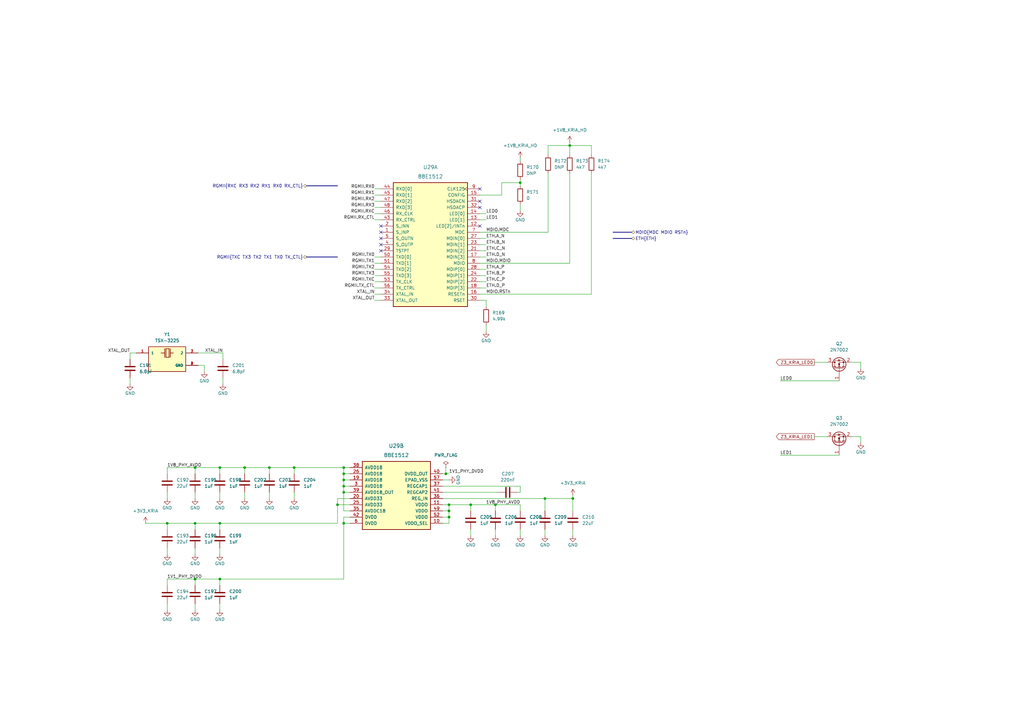
<source format=kicad_sch>
(kicad_sch (version 20211123) (generator eeschema)
  (paper "A3")
  (title_block (title "ATCA Template") (date "2022-08-28") (rev "1.0") (company "Karlsruhe Institute of Technology (KIT)") (comment 1 "Carsten Schmerbeck"))
  (lib_symbols
    (symbol "Device:C" (pin_numbers hide) (pin_names (offset 0.254))
      (property "Reference" "C" (at 0.635 2.54 0))
      (property "Value" "C" (at 0.635 -2.54 0))
      (symbol "C_0_1"
        (polyline (pts (xy -2.032 -0.762) (xy 2.032 -0.762)) (stroke (width 0.508)))
        (polyline (pts (xy -2.032 0.762) (xy 2.032 0.762)) (stroke (width 0.508)))
      )
      (symbol "C_1_1"
        (pin passive line (at 0 3.81 270) (length 2.794) (name "~") (number "1"))
        (pin passive line (at 0 -3.81 90) (length 2.794) (name "~") (number "2"))
      )
    )
    (symbol "Device:R" (pin_numbers hide) (pin_names (offset 0))
      (property "Reference" "R" (at 2.032 0 90))
      (property "Value" "R" (at 0 0 90))
      (symbol "R_0_1"
        (rectangle (start -1.016 -2.54) (end 1.016 2.54) (stroke (width 0.254)))
      )
      (symbol "R_1_1"
        (pin passive line (at 0 3.81 270) (length 1.27) (name "~") (number "1"))
        (pin passive line (at 0 -3.81 90) (length 1.27) (name "~") (number "2"))
      )
    )
    (symbol "KIT_Interface_Ethernet:88E1512" (pin_names (offset 1.016))
      (property "Reference" "U" (at 5.08 6.35 0))
      (property "Value" "88E1512" (at 5.08 3.81 0))
      (symbol "88E1512_1_1"
        (rectangle (start 5.08 2.54) (end 35.56 -48.26) (stroke (width 0.3048)) (fill (type background)))
        (pin input line (at 40.64 -17.78 180) (length 5.08) (name "S_INP") (number "1"))
        (pin output line (at 0 -15.24 0) (length 5.08) (name "LED[2]/INTn") (number "12"))
        (pin bidirectional line (at 0 -12.7 0) (length 5.08) (name "LED[1]") (number "13"))
        (pin output line (at 0 -10.16 0) (length 5.08) (name "LED[0]") (number "14"))
        (pin input line (at 0 -2.54 0) (length 5.08) (name "CONFIG") (number "15"))
        (pin input line (at 0 -43.18 0) (length 5.08) (name "RESETn") (number "16"))
        (pin bidirectional line (at 0 -27.94 0) (length 5.08) (name "MDIN[3]") (number "17"))
        (pin bidirectional line (at 0 -40.64 0) (length 5.08) (name "MDIP[3]") (number "18"))
        (pin input line (at 40.64 -15.24 180) (length 5.08) (name "S_INN") (number "2"))
        (pin bidirectional line (at 0 -25.4 0) (length 5.08) (name "MDIN[2]") (number "21"))
        (pin bidirectional line (at 0 -38.1 0) (length 5.08) (name "MDIP[2]") (number "22"))
        (pin bidirectional line (at 0 -22.86 0) (length 5.08) (name "MDIN[1]") (number "23"))
        (pin bidirectional line (at 0 -35.56 0) (length 5.08) (name "MDIP[1]") (number "24"))
        (pin bidirectional line (at 0 -20.32 0) (length 5.08) (name "MDIN[0]") (number "27"))
        (pin bidirectional line (at 0 -33.02 0) (length 5.08) (name "MDIP[0]") (number "28"))
        (pin output line (at 40.64 -25.4 180) (length 5.08) (name "TSTPT") (number "29"))
        (pin input line (at 0 -45.72 0) (length 5.08) (name "RSET") (number "30"))
        (pin output line (at 0 -5.08 0) (length 5.08) (name "HSDACN") (number "31"))
        (pin output line (at 0 -7.62 0) (length 5.08) (name "HSDACP") (number "32"))
        (pin output line (at 40.64 -45.72 180) (length 5.08) (name "XTAL_OUT") (number "33"))
        (pin input line (at 40.64 -43.18 180) (length 5.08) (name "XTAL_IN") (number "34"))
        (pin output line (at 40.64 -22.86 180) (length 5.08) (name "S_OUTP") (number "4"))
        (pin output line (at 40.64 -12.7 180) (length 5.08) (name "RX_CTRL") (number "43"))
        (pin output line (at 40.64 0 180) (length 5.08) (name "RXD[0]") (number "44"))
        (pin output line (at 40.64 -2.54 180) (length 5.08) (name "RXD[1]") (number "45"))
        (pin output line (at 40.64 -10.16 180) (length 5.08) (name "RX_CLK") (number "46"))
        (pin output line (at 40.64 -5.08 180) (length 5.08) (name "RXD[2]") (number "47"))
        (pin output line (at 40.64 -7.62 180) (length 5.08) (name "RXD[3]") (number "48"))
        (pin output line (at 40.64 -20.32 180) (length 5.08) (name "S_OUTN") (number "5"))
        (pin input line (at 40.64 -27.94 180) (length 5.08) (name "TXD[0]") (number "50"))
        (pin input line (at 40.64 -30.48 180) (length 5.08) (name "TXD[1]") (number "51"))
        (pin input line (at 40.64 -38.1 180) (length 5.08) (name "TX_CLK") (number "53"))
        (pin input line (at 40.64 -33.02 180) (length 5.08) (name "TXD[2]") (number "54"))
        (pin input line (at 40.64 -35.56 180) (length 5.08) (name "TXD[3]") (number "55"))
        (pin input line (at 40.64 -40.64 180) (length 5.08) (name "TX_CTRL") (number "56"))
        (pin input line (at 0 -17.78 0) (length 5.08) (name "MDC") (number "7"))
        (pin bidirectional line (at 0 -30.48 0) (length 5.08) (name "MDIO") (number "8"))
        (pin output clock (at 0 0 0) (length 5.08) (name "CLK125") (number "9"))
      )
      (symbol "88E1512_2_1"
        (rectangle (start 5.08 2.54) (end 33.02 -25.4) (stroke (width 0.3048)) (fill (type background)))
        (pin power_in line (at 38.1 -22.86 180) (length 5.08) (name "VDDO_SEL") (number "10"))
        (pin power_in line (at 38.1 -15.24 180) (length 5.08) (name "VDDO") (number "11"))
        (pin power_in line (at 0 -5.08 0) (length 5.08) (name "AVDD18") (number "19"))
        (pin power_in line (at 0 -12.7 0) (length 5.08) (name "AVDD33") (number "20"))
        (pin power_in line (at 0 -15.24 0) (length 5.08) (name "AVDD33") (number "25"))
        (pin power_in line (at 0 -2.54 0) (length 5.08) (name "AVDD18") (number "26"))
        (pin power_in line (at 0 -7.62 0) (length 5.08) (name "AVDD18") (number "3"))
        (pin power_in line (at 0 -17.78 0) (length 5.08) (name "AVDDC18") (number "35"))
        (pin power_in line (at 38.1 -12.7 180) (length 5.08) (name "REG_IN") (number "36"))
        (pin bidirectional line (at 38.1 -7.62 180) (length 5.08) (name "REGCAP1") (number "37"))
        (pin power_in line (at 0 0 0) (length 5.08) (name "AVDD18") (number "38"))
        (pin power_out line (at 0 -10.16 0) (length 5.08) (name "AVDD18_OUT") (number "39"))
        (pin power_out line (at 38.1 -2.54 180) (length 5.08) (name "DVDD_OUT") (number "40"))
        (pin bidirectional line (at 38.1 -10.16 180) (length 5.08) (name "REGCAP2") (number "41"))
        (pin power_in line (at 0 -20.32 0) (length 5.08) (name "DVDD") (number "42"))
        (pin power_in line (at 38.1 -17.78 180) (length 5.08) (name "VDDO") (number "49"))
        (pin power_in line (at 38.1 -20.32 180) (length 5.08) (name "VDDO") (number "52"))
        (pin power_in line (at 38.1 -5.08 180) (length 5.08) (name "EPAD_VSS") (number "57"))
        (pin power_in line (at 0 -22.86 0) (length 5.08) (name "DVDD") (number "6"))
      )
    )
    (symbol "KIT_Oscillator:TSX-3225" (pin_names (offset 1.016))
      (property "Reference" "Y" (at -7.62 5.08 0))
      (property "Value" "TSX-3225" (at -7.62 -7.62 0))
      (symbol "TSX-3225_0_0"
        (rectangle (start -7.62 -5.08) (end 7.62 5.08) (stroke (width 0.254)) (fill (type background)))
        (polyline (pts (xy -1.016 2.54) (xy -2.54 2.54)) (stroke (width 0.254)))
        (polyline (pts (xy -1.016 2.54) (xy -1.016 0.762)) (stroke (width 0.254)))
        (polyline (pts (xy -1.016 4.318) (xy -1.016 2.54)) (stroke (width 0.254)))
        (polyline (pts (xy -0.508 0.762) (xy -0.508 4.318)) (stroke (width 0.254)))
        (polyline (pts (xy -0.508 4.318) (xy 0.762 4.318)) (stroke (width 0.254)))
        (polyline (pts (xy 0.762 0.762) (xy -0.508 0.762)) (stroke (width 0.254)))
        (polyline (pts (xy 0.762 4.318) (xy 0.762 0.762)) (stroke (width 0.254)))
        (polyline (pts (xy 1.27 2.54) (xy 1.27 0.762)) (stroke (width 0.254)))
        (polyline (pts (xy 1.27 4.318) (xy 1.27 2.54)) (stroke (width 0.254)))
        (polyline (pts (xy 2.54 2.54) (xy 1.27 2.54)) (stroke (width 0.254)))
        (pin passive line (at -12.7 2.54 0) (length 5.08) (name "1") (number "1"))
        (pin power_in line (at 12.7 -2.54 180) (length 5.08) (name "GND") (number "2"))
        (pin passive line (at 12.7 2.54 180) (length 5.08) (name "2") (number "3"))
        (pin power_in line (at 12.7 -2.54 180) (length 5.08) (name "GND") (number "4"))
      )
    )
    (symbol "KIT_Power:+1V8_KRIA_HD" (power) (pin_names (offset 0))
      (property "Value" "+1V8_KRIA_HD" (at 0 3.556 0))
      (symbol "+1V8_KRIA_HD_0_1"
        (polyline (pts (xy -0.762 1.27) (xy 0 2.54)))
        (polyline (pts (xy 0 0) (xy 0 2.54)))
        (polyline (pts (xy 0 2.54) (xy 0.762 1.27)))
      )
      (symbol "+1V8_KRIA_HD_1_1"
        (pin power_in line (at 0 0 90) (length 0) hide (name "+1V8_KRIA_HD") (number "1"))
      )
    )
    (symbol "KIT_Power:+3V3_KRIA" (power) (pin_names (offset 0))
      (property "Value" "+3V3_KRIA" (at 0 3.556 0))
      (symbol "+3V3_KRIA_0_1"
        (polyline (pts (xy -0.762 1.27) (xy 0 2.54)))
        (polyline (pts (xy 0 0) (xy 0 2.54)))
        (polyline (pts (xy 0 2.54) (xy 0.762 1.27)))
      )
      (symbol "+3V3_KRIA_1_1"
        (pin power_in line (at 0 0 90) (length 0) hide (name "+3V3_KRIA") (number "1"))
      )
    )
    (symbol "Transistor_FET:2N7002" (pin_names hide)
      (property "Reference" "Q" (at 5.08 1.905 0))
      (property "Value" "2N7002" (at 5.08 0 0))
      (symbol "2N7002_0_1"
        (polyline (pts (xy 0.254 0) (xy -2.54 0)))
        (polyline (pts (xy 0.254 1.905) (xy 0.254 -1.905)) (stroke (width 0.254)))
        (polyline (pts (xy 0.762 -1.27) (xy 0.762 -2.286)) (stroke (width 0.254)))
        (polyline (pts (xy 0.762 0.508) (xy 0.762 -0.508)) (stroke (width 0.254)))
        (polyline (pts (xy 0.762 2.286) (xy 0.762 1.27)) (stroke (width 0.254)))
        (polyline (pts (xy 2.54 2.54) (xy 2.54 1.778)))
        (polyline (pts (xy 2.54 -2.54) (xy 2.54 0) (xy 0.762 0)))
        (polyline (pts (xy 0.762 -1.778) (xy 3.302 -1.778) (xy 3.302 1.778) (xy 0.762 1.778)))
        (polyline (pts (xy 1.016 0) (xy 2.032 0.381) (xy 2.032 -0.381) (xy 1.016 0)) (fill (type outline)))
        (polyline (pts (xy 2.794 0.508) (xy 2.921 0.381) (xy 3.683 0.381) (xy 3.81 0.254)))
        (polyline (pts (xy 3.302 0.381) (xy 2.921 -0.254) (xy 3.683 -0.254) (xy 3.302 0.381)))
        (circle (center 1.651 0) (radius 2.794) (stroke (width 0.254)))
        (circle (center 2.54 -1.778) (radius 0.254) (fill (type outline)))
        (circle (center 2.54 1.778) (radius 0.254) (fill (type outline)))
      )
      (symbol "2N7002_1_1"
        (pin input line (at -5.08 0 0) (length 2.54) (name "G") (number "1"))
        (pin passive line (at 2.54 -5.08 90) (length 2.54) (name "S") (number "2"))
        (pin passive line (at 2.54 5.08 270) (length 2.54) (name "D") (number "3"))
      )
    )
    (symbol "power:GND" (power) (pin_names (offset 0))
      (property "Value" "GND" (at 0 -3.81 0))
      (symbol "GND_0_1"
        (polyline (pts (xy 0 0) (xy 0 -1.27) (xy 1.27 -1.27) (xy 0 -2.54) (xy -1.27 -1.27) (xy 0 -1.27)))
      )
      (symbol "GND_1_1"
        (pin power_in line (at 0 0 270) (length 0) hide (name "GND") (number "1"))
      )
    )
    (symbol "power:PWR_FLAG" (power) (pin_numbers hide) (pin_names (offset 0) hide)
      (property "Value" "PWR_FLAG" (at 0 3.81 0))
      (symbol "PWR_FLAG_0_0"
        (pin power_out line (at 0 0 90) (length 0) (name "pwr") (number "1"))
      )
      (symbol "PWR_FLAG_0_1"
        (polyline (pts (xy 0 0) (xy 0 1.27) (xy -1.016 1.905) (xy 0 2.54) (xy 1.016 1.905) (xy 0 1.27)))
      )
    )
  )
  (junction (at 90.17 237.49))
  (junction (at 184.15 212.09))
  (junction (at 110.49 191.77))
  (junction (at 68.58 214.63))
  (junction (at 203.2 207.01))
  (junction (at 120.65 191.77))
  (junction (at 223.52 204.47))
  (junction (at 193.04 207.01))
  (junction (at 100.33 191.77))
  (junction (at 140.97 214.63))
  (junction (at 140.97 194.31))
  (junction (at 138.43 207.01))
  (junction (at 184.15 207.01))
  (junction (at 90.17 214.63))
  (junction (at 234.95 204.47))
  (junction (at 140.97 199.39))
  (junction (at 140.97 191.77))
  (junction (at 184.15 209.55))
  (junction (at 213.36 74.93))
  (junction (at 182.88 194.31))
  (junction (at 140.97 201.93))
  (junction (at 233.68 59.69))
  (junction (at 90.17 191.77))
  (junction (at 80.01 214.63))
  (junction (at 80.01 237.49))
  (junction (at 140.97 196.85))
  (junction (at 80.01 191.77))
  (no_connect (at 156.21 97.79))
  (no_connect (at 156.21 102.87))
  (no_connect (at 156.21 100.33))
  (no_connect (at 156.21 92.71))
  (no_connect (at 156.21 95.25))
  (no_connect (at 196.85 85.09))
  (no_connect (at 196.85 77.47))
  (no_connect (at 196.85 82.55))
  (no_connect (at 196.85 92.71))
  (bus (pts (xy 125.73 105.41) (xy 138.43 105.41)))
  (wire (pts (xy 138.43 204.47) (xy 143.51 204.47)))
  (wire (pts (xy 205.74 74.93) (xy 205.74 80.01)))
  (wire (pts (xy 196.85 120.65) (xy 242.57 120.65)))
  (wire (pts (xy 90.17 204.47) (xy 90.17 201.93)))
  (wire (pts (xy 80.01 191.77) (xy 80.01 194.31)))
  (wire (pts (xy 153.67 80.01) (xy 156.21 80.01)))
  (wire (pts (xy 53.34 144.78) (xy 55.88 144.78)))
  (wire (pts (xy 68.58 237.49) (xy 68.58 240.03)))
  (wire (pts (xy 205.74 80.01) (xy 196.85 80.01)))
  (wire (pts (xy 80.01 214.63) (xy 80.01 217.17)))
  (wire (pts (xy 153.67 113.03) (xy 156.21 113.03)))
  (wire (pts (xy 140.97 201.93) (xy 143.51 201.93)))
  (wire (pts (xy 100.33 204.47) (xy 100.33 201.93)))
  (wire (pts (xy 353.06 148.59) (xy 349.25 148.59)))
  (wire (pts (xy 68.58 227.33) (xy 68.58 224.79)))
  (wire (pts (xy 140.97 194.31) (xy 143.51 194.31)))
  (wire (pts (xy 110.49 204.47) (xy 110.49 201.93)))
  (wire (pts (xy 196.85 102.87) (xy 199.39 102.87)))
  (wire (pts (xy 320.04 186.69) (xy 344.17 186.69)))
  (wire (pts (xy 233.68 59.69) (xy 233.68 63.5)))
  (wire (pts (xy 196.85 105.41) (xy 199.39 105.41)))
  (wire (pts (xy 196.85 110.49) (xy 199.39 110.49)))
  (wire (pts (xy 80.01 191.77) (xy 90.17 191.77)))
  (wire (pts (xy 110.49 191.77) (xy 120.65 191.77)))
  (wire (pts (xy 120.65 191.77) (xy 140.97 191.77)))
  (wire (pts (xy 68.58 214.63) (xy 68.58 217.17)))
  (wire (pts (xy 140.97 191.77) (xy 143.51 191.77)))
  (wire (pts (xy 196.85 87.63) (xy 199.39 87.63)))
  (wire (pts (xy 68.58 214.63) (xy 80.01 214.63)))
  (wire (pts (xy 138.43 207.01) (xy 143.51 207.01)))
  (wire (pts (xy 193.04 219.71) (xy 193.04 217.17)))
  (wire (pts (xy 68.58 194.31) (xy 68.58 191.77)))
  (wire (pts (xy 184.15 209.55) (xy 184.15 212.09)))
  (wire (pts (xy 153.67 77.47) (xy 156.21 77.47)))
  (wire (pts (xy 90.17 214.63) (xy 90.17 217.17)))
  (wire (pts (xy 353.06 181.61) (xy 353.06 179.07)))
  (wire (pts (xy 199.39 125.73) (xy 199.39 123.19)))
  (wire (pts (xy 181.61 204.47) (xy 223.52 204.47)))
  (wire (pts (xy 140.97 194.31) (xy 140.97 196.85)))
  (wire (pts (xy 153.67 85.09) (xy 156.21 85.09)))
  (wire (pts (xy 242.57 59.69) (xy 242.57 63.5)))
  (wire (pts (xy 181.61 201.93) (xy 204.47 201.93)))
  (wire (pts (xy 140.97 196.85) (xy 140.97 199.39)))
  (wire (pts (xy 196.85 118.11) (xy 199.39 118.11)))
  (wire (pts (xy 59.69 214.63) (xy 68.58 214.63)))
  (wire (pts (xy 184.15 207.01) (xy 193.04 207.01)))
  (wire (pts (xy 83.82 149.86) (xy 83.82 152.4)))
  (wire (pts (xy 90.17 191.77) (xy 100.33 191.77)))
  (wire (pts (xy 213.36 207.01) (xy 213.36 209.55)))
  (wire (pts (xy 224.79 59.69) (xy 224.79 63.5)))
  (wire (pts (xy 153.67 107.95) (xy 156.21 107.95)))
  (wire (pts (xy 193.04 207.01) (xy 203.2 207.01)))
  (wire (pts (xy 234.95 219.71) (xy 234.95 217.17)))
  (wire (pts (xy 203.2 207.01) (xy 213.36 207.01)))
  (wire (pts (xy 90.17 191.77) (xy 90.17 194.31)))
  (wire (pts (xy 90.17 237.49) (xy 140.97 237.49)))
  (wire (pts (xy 140.97 199.39) (xy 140.97 201.93)))
  (wire (pts (xy 120.65 191.77) (xy 120.65 194.31)))
  (wire (pts (xy 213.36 73.66) (xy 213.36 74.93)))
  (wire (pts (xy 213.36 74.93) (xy 205.74 74.93)))
  (wire (pts (xy 181.61 209.55) (xy 184.15 209.55)))
  (wire (pts (xy 196.85 100.33) (xy 199.39 100.33)))
  (wire (pts (xy 140.97 196.85) (xy 143.51 196.85)))
  (wire (pts (xy 181.61 199.39) (xy 213.36 199.39)))
  (wire (pts (xy 53.34 157.48) (xy 53.34 154.94)))
  (wire (pts (xy 181.61 214.63) (xy 184.15 214.63)))
  (wire (pts (xy 143.51 212.09) (xy 140.97 212.09)))
  (wire (pts (xy 213.36 199.39) (xy 213.36 201.93)))
  (wire (pts (xy 140.97 214.63) (xy 143.51 214.63)))
  (wire (pts (xy 213.36 219.71) (xy 213.36 217.17)))
  (wire (pts (xy 213.36 201.93) (xy 212.09 201.93)))
  (wire (pts (xy 53.34 147.32) (xy 53.34 144.78)))
  (wire (pts (xy 80.01 214.63) (xy 90.17 214.63)))
  (wire (pts (xy 199.39 135.89) (xy 199.39 133.35)))
  (wire (pts (xy 181.61 212.09) (xy 184.15 212.09)))
  (wire (pts (xy 181.61 207.01) (xy 184.15 207.01)))
  (wire (pts (xy 196.85 115.57) (xy 199.39 115.57)))
  (wire (pts (xy 196.85 97.79) (xy 199.39 97.79)))
  (wire (pts (xy 213.36 83.82) (xy 213.36 86.36)))
  (wire (pts (xy 153.67 115.57) (xy 156.21 115.57)))
  (wire (pts (xy 234.95 203.2) (xy 234.95 204.47)))
  (wire (pts (xy 233.68 58.42) (xy 233.68 59.69)))
  (wire (pts (xy 80.01 237.49) (xy 90.17 237.49)))
  (wire (pts (xy 224.79 95.25) (xy 196.85 95.25)))
  (wire (pts (xy 153.67 123.19) (xy 156.21 123.19)))
  (wire (pts (xy 213.36 74.93) (xy 213.36 76.2)))
  (wire (pts (xy 153.67 87.63) (xy 156.21 87.63)))
  (wire (pts (xy 153.67 118.11) (xy 156.21 118.11)))
  (wire (pts (xy 140.97 209.55) (xy 143.51 209.55)))
  (wire (pts (xy 100.33 191.77) (xy 100.33 194.31)))
  (wire (pts (xy 181.61 194.31) (xy 182.88 194.31)))
  (wire (pts (xy 196.85 90.17) (xy 199.39 90.17)))
  (wire (pts (xy 140.97 199.39) (xy 143.51 199.39)))
  (wire (pts (xy 153.67 105.41) (xy 156.21 105.41)))
  (wire (pts (xy 182.88 191.77) (xy 182.88 194.31)))
  (wire (pts (xy 68.58 191.77) (xy 80.01 191.77)))
  (wire (pts (xy 80.01 204.47) (xy 80.01 201.93)))
  (wire (pts (xy 138.43 207.01) (xy 138.43 204.47)))
  (wire (pts (xy 80.01 250.19) (xy 80.01 247.65)))
  (wire (pts (xy 334.01 148.59) (xy 339.09 148.59)))
  (wire (pts (xy 153.67 82.55) (xy 156.21 82.55)))
  (wire (pts (xy 153.67 120.65) (xy 156.21 120.65)))
  (wire (pts (xy 182.88 194.31) (xy 184.15 194.31)))
  (wire (pts (xy 223.52 204.47) (xy 234.95 204.47)))
  (wire (pts (xy 140.97 201.93) (xy 140.97 209.55)))
  (wire (pts (xy 91.44 157.48) (xy 91.44 154.94)))
  (wire (pts (xy 353.06 151.13) (xy 353.06 148.59)))
  (wire (pts (xy 213.36 64.77) (xy 213.36 66.04)))
  (wire (pts (xy 138.43 214.63) (xy 138.43 207.01)))
  (wire (pts (xy 91.44 147.32) (xy 91.44 144.78)))
  (wire (pts (xy 184.15 207.01) (xy 184.15 209.55)))
  (wire (pts (xy 110.49 191.77) (xy 110.49 194.31)))
  (wire (pts (xy 233.68 59.69) (xy 242.57 59.69)))
  (wire (pts (xy 320.04 156.21) (xy 344.17 156.21)))
  (wire (pts (xy 140.97 212.09) (xy 140.97 214.63)))
  (wire (pts (xy 223.52 204.47) (xy 223.52 209.55)))
  (wire (pts (xy 233.68 71.12) (xy 233.68 107.95)))
  (wire (pts (xy 181.61 196.85) (xy 184.15 196.85)))
  (wire (pts (xy 184.15 212.09) (xy 184.15 214.63)))
  (wire (pts (xy 90.17 237.49) (xy 90.17 240.03)))
  (wire (pts (xy 120.65 204.47) (xy 120.65 201.93)))
  (wire (pts (xy 140.97 214.63) (xy 140.97 237.49)))
  (wire (pts (xy 203.2 219.71) (xy 203.2 217.17)))
  (wire (pts (xy 80.01 227.33) (xy 80.01 224.79)))
  (wire (pts (xy 242.57 120.65) (xy 242.57 71.12)))
  (bus (pts (xy 125.73 76.2) (xy 138.43 76.2)))
  (wire (pts (xy 100.33 191.77) (xy 110.49 191.77)))
  (wire (pts (xy 90.17 214.63) (xy 138.43 214.63)))
  (wire (pts (xy 353.06 179.07) (xy 349.25 179.07)))
  (wire (pts (xy 196.85 113.03) (xy 199.39 113.03)))
  (bus (pts (xy 251.46 95.25) (xy 259.08 95.25)))
  (wire (pts (xy 90.17 227.33) (xy 90.17 224.79)))
  (wire (pts (xy 90.17 250.19) (xy 90.17 247.65)))
  (wire (pts (xy 68.58 250.19) (xy 68.58 247.65)))
  (wire (pts (xy 68.58 204.47) (xy 68.58 201.93)))
  (wire (pts (xy 68.58 237.49) (xy 80.01 237.49)))
  (wire (pts (xy 223.52 219.71) (xy 223.52 217.17)))
  (wire (pts (xy 153.67 90.17) (xy 156.21 90.17)))
  (wire (pts (xy 224.79 59.69) (xy 233.68 59.69)))
  (wire (pts (xy 203.2 207.01) (xy 203.2 209.55)))
  (wire (pts (xy 140.97 191.77) (xy 140.97 194.31)))
  (wire (pts (xy 153.67 110.49) (xy 156.21 110.49)))
  (wire (pts (xy 80.01 237.49) (xy 80.01 240.03)))
  (wire (pts (xy 224.79 71.12) (xy 224.79 95.25)))
  (wire (pts (xy 233.68 107.95) (xy 196.85 107.95)))
  (wire (pts (xy 199.39 123.19) (xy 196.85 123.19)))
  (wire (pts (xy 193.04 207.01) (xy 193.04 209.55)))
  (wire (pts (xy 81.28 149.86) (xy 83.82 149.86)))
  (wire (pts (xy 234.95 204.47) (xy 234.95 209.55)))
  (bus (pts (xy 251.46 97.79) (xy 259.08 97.79)))
  (wire (pts (xy 91.44 144.78) (xy 81.28 144.78)))
  (wire (pts (xy 334.01 179.07) (xy 339.09 179.07)))
  (label "RGMII.TX0" (at 153.67 105.41 180))
  (label "MDIO.MDIO" (at 199.39 107.95 0))
  (label "LED0" (at 320.04 156.21 0))
  (label "ETH.A_N" (at 199.39 97.79 0))
  (label "RGMII.TX1" (at 153.67 107.95 180))
  (label "RGMII.TX2" (at 153.67 110.49 180))
  (label "XTAL_OUT" (at 53.34 144.78 180))
  (label "1V8_PHY_AVDD" (at 68.58 191.77 0))
  (label "ETH.D_P" (at 199.39 118.11 0))
  (label "ETH.A_P" (at 199.39 110.49 0))
  (label "LED1" (at 199.39 90.17 0))
  (label "RGMII.RX_CTL" (at 153.67 90.17 180))
  (label "RGMII.TX3" (at 153.67 113.03 180))
  (label "ETH.C_P" (at 199.39 115.57 0))
  (label "XTAL_IN" (at 153.67 120.65 180))
  (label "RGMII.RXC" (at 153.67 87.63 180))
  (label "1V1_PHY_DVDD" (at 184.15 194.31 0))
  (label "RGMII.RX3" (at 153.67 85.09 180))
  (label "RGMII.RX0" (at 153.67 77.47 180))
  (label "1V8_PHY_AVDD" (at 213.36 207.01 180))
  (label "MDIO.RSTn" (at 199.39 120.65 0))
  (label "XTAL_OUT" (at 153.67 123.19 180))
  (label "MDIO.MDC" (at 199.39 95.25 0))
  (label "RGMII.RX2" (at 153.67 82.55 180))
  (label "RGMII.TX_CTL" (at 153.67 118.11 180))
  (label "1V1_PHY_DVDD" (at 68.58 237.49 0))
  (label "RGMII.TXC" (at 153.67 115.57 180))
  (label "ETH.B_P" (at 199.39 113.03 0))
  (label "ETH.C_N" (at 199.39 102.87 0))
  (label "LED1" (at 320.04 186.69 0))
  (label "LED0" (at 199.39 87.63 0))
  (label "ETH.D_N" (at 199.39 105.41 0))
  (label "RGMII.RX1" (at 153.67 80.01 180))
  (label "XTAL_IN" (at 91.44 144.78 180))
  (label "ETH.B_N" (at 199.39 100.33 0))
  (global_label "Z3_KRIA_LED0" (shape output) (at 334.01 148.59 180) (property "Intersheet References" "${INTERSHEET_REFS}" (effects hide)))
  (global_label "Z3_KRIA_LED1" (shape output) (at 334.01 179.07 180) (property "Intersheet References" "${INTERSHEET_REFS}" (effects hide)))
  (hierarchical_label "RGMII{TXC TX3 TX2 TX1 TX0 TX_CTL}" (shape bidirectional) (at 125.73 105.41 180))
  (hierarchical_label "MDIO{MDC MDIO RSTn}" (shape bidirectional) (at 259.08 95.25 0))
  (hierarchical_label "RGMII{RXC RX3 RX2 RX1 RX0 RX_CTL}" (shape bidirectional) (at 125.73 76.2 180))
  (hierarchical_label "ETH{ETH}" (shape bidirectional) (at 259.08 97.79 0))
  (symbol (lib_id "Device:R") (at 213.36 69.85 0) (unit 1)
    (property "Reference" "R170" (at 215.9 68.5799 0) (effects (justify left)))
    (property "Value" "DNP" (at 215.9 71.1199 0) (effects (justify left)))
    (property "Footprint" "KIT_Resistor_SMD:R_0402_1005Metric_DNP" (effects hide))
    (property "stock" "DNP" (effects hide))
  )
  (symbol (lib_id "Device:C") (at 193.04 213.36 0) (unit 1)
    (property "Reference" "C205" (at 196.85 212.0899 0) (effects (justify left)))
    (property "Value" "1uF" (at 196.85 214.6299 0) (effects (justify left)))
    (property "Footprint" "Capacitor_SMD:C_0402_1005Metric" (effects hide))
    (property "stock" "AVT-IPE" (effects hide))
    (property "voltage" "16 V" (effects hide))
  )
  (symbol (lib_id "Device:C") (at 110.49 198.12 0) (unit 1)
    (property "Reference" "C203" (at 114.3 196.8499 0) (effects (justify left)))
    (property "Value" "1uF" (at 114.3 199.3899 0) (effects (justify left)))
    (property "Footprint" "Capacitor_SMD:C_0402_1005Metric" (effects hide))
    (property "stock" "AVT-IPE" (effects hide))
    (property "voltage" "16 V" (effects hide))
  )
  (symbol (lib_id "power:GND") (at 203.2 219.71 0) (unit 1)
    (property "Reference" "#PWR0643" (effects hide))
    (property "Value" "GND" (at 203.2 223.52 0))
  )
  (symbol (lib_id "power:GND") (at 90.17 250.19 0) (unit 1)
    (property "Reference" "#PWR0634" (effects hide))
    (property "Value" "GND" (at 90.17 254 0))
  )
  (symbol (lib_id "power:GND") (at 184.15 196.85 90) (unit 1)
    (property "Reference" "#PWR0639" (effects hide))
    (property "Value" "GND" (at 187.96 196.85 0))
  )
  (symbol (lib_id "power:GND") (at 80.01 250.19 0) (unit 1)
    (property "Reference" "#PWR0630" (effects hide))
    (property "Value" "GND" (at 80.01 254 0))
  )
  (symbol (lib_id "Device:R") (at 242.57 67.31 0) (unit 1)
    (property "Reference" "R174" (at 245.11 66.0399 0) (effects (justify left)))
    (property "Value" "4k7" (at 245.11 68.5799 0) (effects (justify left)))
    (property "Footprint" "Resistor_SMD:R_0402_1005Metric" (effects hide))
    (property "digikey#" "A129635CT-ND" (effects hide))
    (property "manf" "TE" (effects hide))
    (property "manf#" "CRGCQ0402F4K7" (effects hide))
    (property "stock" "AVT-IPE" (effects hide))
  )
  (symbol (lib_id "Device:C") (at 100.33 198.12 0) (unit 1)
    (property "Reference" "C202" (at 104.14 196.8499 0) (effects (justify left)))
    (property "Value" "1uF" (at 104.14 199.3899 0) (effects (justify left)))
    (property "Footprint" "Capacitor_SMD:C_0402_1005Metric" (effects hide))
    (property "stock" "AVT-IPE" (effects hide))
    (property "voltage" "16 V" (effects hide))
  )
  (symbol (lib_id "power:GND") (at 91.44 157.48 0) (unit 1)
    (property "Reference" "#PWR0635" (effects hide))
    (property "Value" "GND" (at 91.44 161.29 0))
  )
  (symbol (lib_id "power:GND") (at 223.52 219.71 0) (unit 1)
    (property "Reference" "#PWR0645" (effects hide))
    (property "Value" "GND" (at 223.52 223.52 0))
  )
  (symbol (lib_id "power:GND") (at 80.01 204.47 0) (unit 1)
    (property "Reference" "#PWR0628" (effects hide))
    (property "Value" "GND" (at 80.01 208.28 0))
  )
  (symbol (lib_id "Device:C") (at 80.01 243.84 0) (unit 1)
    (property "Reference" "C197" (at 83.82 242.5699 0) (effects (justify left)))
    (property "Value" "1uF" (at 83.82 245.1099 0) (effects (justify left)))
    (property "Footprint" "Capacitor_SMD:C_0402_1005Metric" (effects hide))
    (property "stock" "AVT-IPE" (effects hide))
    (property "voltage" "16 V" (effects hide))
  )
  (symbol (lib_id "Device:C") (at 223.52 213.36 0) (unit 1)
    (property "Reference" "C209" (at 227.33 212.0899 0) (effects (justify left)))
    (property "Value" "1uF" (at 227.33 214.6299 0) (effects (justify left)))
    (property "Footprint" "Capacitor_SMD:C_0402_1005Metric" (effects hide))
    (property "stock" "AVT-IPE" (effects hide))
    (property "voltage" "16 V" (effects hide))
  )
  (symbol (lib_id "power:GND") (at 100.33 204.47 0) (unit 1)
    (property "Reference" "#PWR0636" (effects hide))
    (property "Value" "GND" (at 100.33 208.28 0))
  )
  (symbol (lib_id "Device:C") (at 80.01 220.98 0) (unit 1)
    (property "Reference" "C196" (at 83.82 219.7099 0) (effects (justify left)))
    (property "Value" "1uF" (at 83.82 222.2499 0) (effects (justify left)))
    (property "Footprint" "Capacitor_SMD:C_0402_1005Metric" (effects hide))
    (property "stock" "AVT-IPE" (effects hide))
    (property "voltage" "16 V" (effects hide))
  )
  (symbol (lib_id "Device:C") (at 68.58 220.98 0) (unit 1)
    (property "Reference" "C193" (at 72.39 219.7099 0) (effects (justify left)))
    (property "Value" "22uF" (at 72.39 222.2499 0) (effects (justify left)))
    (property "Footprint" "Capacitor_SMD:C_0805_2012Metric" (effects hide))
    (property "digikey#" "587-1958-1-ND" (effects hide))
    (property "manf" "Taiyo Yuden" (effects hide))
    (property "manf#" "LMK212BJ226MG-T" (effects hide))
  )
  (symbol (lib_id "power:GND") (at 68.58 250.19 0) (unit 1)
    (property "Reference" "#PWR0627" (effects hide))
    (property "Value" "GND" (at 68.58 254 0))
  )
  (symbol (lib_id "power:GND") (at 234.95 219.71 0) (unit 1)
    (property "Reference" "#PWR0646" (effects hide))
    (property "Value" "GND" (at 234.95 223.52 0))
  )
  (symbol (lib_id "KIT_Power:+3V3_KRIA") (at 234.95 203.2 0) (unit 1)
    (property "Reference" "#PWR0875" (effects hide))
    (property "Value" "+3V3_KRIA" (at 234.95 198.12 0))
  )
  (symbol (lib_id "power:GND") (at 68.58 227.33 0) (unit 1)
    (property "Reference" "#PWR0626" (effects hide))
    (property "Value" "GND" (at 68.58 231.14 0))
  )
  (symbol (lib_id "Device:C") (at 90.17 198.12 0) (unit 1)
    (property "Reference" "C198" (at 93.98 196.8499 0) (effects (justify left)))
    (property "Value" "1uF" (at 93.98 199.3899 0) (effects (justify left)))
    (property "Footprint" "Capacitor_SMD:C_0402_1005Metric" (effects hide))
    (property "stock" "AVT-IPE" (effects hide))
    (property "voltage" "16 V" (effects hide))
  )
  (symbol (lib_id "power:GND") (at 53.34 157.48 0) (unit 1)
    (property "Reference" "#PWR0624" (effects hide))
    (property "Value" "GND" (at 53.34 161.29 0))
  )
  (symbol (lib_id "Device:C") (at 90.17 220.98 0) (unit 1)
    (property "Reference" "C199" (at 93.98 219.7099 0) (effects (justify left)))
    (property "Value" "1uF" (at 93.98 222.2499 0) (effects (justify left)))
    (property "Footprint" "Capacitor_SMD:C_0402_1005Metric" (effects hide))
    (property "stock" "AVT-IPE" (effects hide))
    (property "voltage" "16 V" (effects hide))
  )
  (symbol (lib_id "Device:C") (at 68.58 243.84 0) (unit 1)
    (property "Reference" "C194" (at 72.39 242.5699 0) (effects (justify left)))
    (property "Value" "22uF" (at 72.39 245.1099 0) (effects (justify left)))
    (property "Footprint" "Capacitor_SMD:C_0805_2012Metric" (effects hide))
    (property "digikey#" "587-1958-1-ND" (effects hide))
    (property "manf" "Taiyo Yuden" (effects hide))
    (property "manf#" "LMK212BJ226MG-T" (effects hide))
  )
  (symbol (lib_id "Device:R") (at 233.68 67.31 0) (unit 1)
    (property "Reference" "R173" (at 236.22 66.0399 0) (effects (justify left)))
    (property "Value" "4k7" (at 236.22 68.5799 0) (effects (justify left)))
    (property "Footprint" "Resistor_SMD:R_0402_1005Metric" (effects hide))
    (property "digikey#" "A129635CT-ND" (effects hide))
    (property "manf" "TE" (effects hide))
    (property "manf#" "CRGCQ0402F4K7" (effects hide))
    (property "stock" "AVT-IPE" (effects hide))
  )
  (symbol (lib_id "Device:C") (at 120.65 198.12 0) (unit 1)
    (property "Reference" "C204" (at 124.46 196.8499 0) (effects (justify left)))
    (property "Value" "1uF" (at 124.46 199.3899 0) (effects (justify left)))
    (property "Footprint" "Capacitor_SMD:C_0402_1005Metric" (effects hide))
    (property "stock" "AVT-IPE" (effects hide))
    (property "voltage" "16 V" (effects hide))
  )
  (symbol (lib_id "KIT_Power:+1V8_KRIA_HD") (at 213.36 64.77 0) (unit 1)
    (property "Reference" "#PWR0874" (effects hide))
    (property "Value" "+1V8_KRIA_HD" (at 213.36 59.69 0))
  )
  (symbol (lib_id "Device:C") (at 53.34 151.13 0) (unit 1)
    (property "Reference" "C191" (at 57.15 149.8599 0) (effects (justify left)))
    (property "Value" "6.8pF" (at 57.15 152.3999 0) (effects (justify left)))
    (property "Footprint" "Capacitor_SMD:C_0402_1005Metric" (effects hide))
    (property "digikey#" "587-3172-1-ND" (effects hide))
    (property "manf" "Taiyo Yuden" (effects hide))
    (property "manf#" "UMK105CG6R8DV-F" (effects hide))
  )
  (symbol (lib_id "Transistor_FET:2N7002") (at 344.17 181.61 90) (unit 1)
    (property "Reference" "Q3" (at 344.17 171.45 90))
    (property "Value" "2N7002" (at 344.17 173.99 90))
    (property "Footprint" "Package_TO_SOT_SMD:SOT-23" (effects hide))
    (property "Datasheet" "https://www.onsemi.com/pub/Collateral/NDS7002A-D.PDF" (effects hide))
    (property "digikey#" "2N7002K-TPMSCT-ND" (effects hide))
    (property "manf" "Micro Commercial Co" (effects hide))
    (property "manf#" "2N7002K-TP" (effects hide))
  )
  (symbol (lib_id "KIT_Power:+3V3_KRIA") (at 59.69 214.63 0) (unit 1)
    (property "Reference" "#PWR0878" (effects hide))
    (property "Value" "+3V3_KRIA" (at 59.69 209.55 0))
  )
  (symbol (lib_id "power:GND") (at 353.06 181.61 0) (unit 1)
    (property "Reference" "#PWR0650" (effects hide))
    (property "Value" "GND" (at 353.06 185.42 0))
  )
  (symbol (lib_id "KIT_Power:+1V8_KRIA_HD") (at 233.68 58.42 0) (unit 1)
    (property "Reference" "#PWR0873" (effects hide))
    (property "Value" "+1V8_KRIA_HD" (at 233.68 53.34 0))
  )
  (symbol (lib_id "Device:C") (at 68.58 198.12 0) (unit 1)
    (property "Reference" "C192" (at 72.39 196.8499 0) (effects (justify left)))
    (property "Value" "22uF" (at 72.39 199.3899 0) (effects (justify left)))
    (property "Footprint" "Capacitor_SMD:C_0805_2012Metric" (effects hide))
    (property "digikey#" "587-1958-1-ND" (effects hide))
    (property "manf" "Taiyo Yuden" (effects hide))
    (property "manf#" "LMK212BJ226MG-T" (effects hide))
  )
  (symbol (lib_id "power:GND") (at 120.65 204.47 0) (unit 1)
    (property "Reference" "#PWR0638" (effects hide))
    (property "Value" "GND" (at 120.65 208.28 0))
  )
  (symbol (lib_id "Device:R") (at 224.79 67.31 0) (unit 1)
    (property "Reference" "R172" (at 227.33 66.0399 0) (effects (justify left)))
    (property "Value" "DNP" (at 227.33 68.5799 0) (effects (justify left)))
    (property "Footprint" "KIT_Resistor_SMD:R_0402_1005Metric_DNP" (effects hide))
    (property "stock" "DNP" (effects hide))
  )
  (symbol (lib_id "power:GND") (at 193.04 219.71 0) (unit 1)
    (property "Reference" "#PWR0641" (effects hide))
    (property "Value" "GND" (at 193.04 223.52 0))
  )
  (symbol (lib_id "Device:C") (at 208.28 201.93 90) (unit 1)
    (property "Reference" "C207" (at 208.28 194.31 90))
    (property "Value" "220nF" (at 208.28 196.85 90))
    (property "Footprint" "Capacitor_SMD:C_0402_1005Metric" (effects hide))
    (property "stock" "AVT-IPE" (effects hide))
    (property "digikey#" "311-1681-1-ND" (effects hide))
  )
  (symbol (lib_id "Device:C") (at 80.01 198.12 0) (unit 1)
    (property "Reference" "C195" (at 83.82 196.8499 0) (effects (justify left)))
    (property "Value" "1uF" (at 83.82 199.3899 0) (effects (justify left)))
    (property "Footprint" "Capacitor_SMD:C_0402_1005Metric" (effects hide))
    (property "stock" "AVT-IPE" (effects hide))
    (property "voltage" "16 V" (effects hide))
  )
  (symbol (lib_id "Device:C") (at 90.17 243.84 0) (unit 1)
    (property "Reference" "C200" (at 93.98 242.5699 0) (effects (justify left)))
    (property "Value" "1uF" (at 93.98 245.1099 0) (effects (justify left)))
    (property "Footprint" "Capacitor_SMD:C_0402_1005Metric" (effects hide))
    (property "stock" "AVT-IPE" (effects hide))
    (property "voltage" "16 V" (effects hide))
  )
  (symbol (lib_id "Device:R") (at 199.39 129.54 0) (unit 1)
    (property "Reference" "R169" (at 201.93 128.2699 0) (effects (justify left)))
    (property "Value" "4.99k" (at 201.93 130.8099 0) (effects (justify left)))
    (property "Footprint" "Resistor_SMD:R_0402_1005Metric" (effects hide))
    (property "digikey#" "RMCF0402FT4K99CT-ND" (effects hide))
    (property "manf" "Stackpole Electronics Inc" (effects hide))
    (property "manf#" "RMCF0402FT4K99" (effects hide))
    (property "tolerance" "1%" (effects hide))
  )
  (symbol (lib_id "power:GND") (at 353.06 151.13 0) (unit 1)
    (property "Reference" "#PWR0649" (effects hide))
    (property "Value" "GND" (at 353.06 154.94 0))
  )
  (symbol (lib_id "Device:R") (at 213.36 80.01 0) (unit 1)
    (property "Reference" "R171" (at 215.9 78.7399 0) (effects (justify left)))
    (property "Value" "0" (at 215.9 81.2799 0) (effects (justify left)))
    (property "Footprint" "Resistor_SMD:R_0402_1005Metric" (effects hide))
    (property "stock" "AVT-IPE" (effects hide))
  )
  (symbol (lib_id "power:GND") (at 90.17 227.33 0) (unit 1)
    (property "Reference" "#PWR0633" (effects hide))
    (property "Value" "GND" (at 90.17 231.14 0))
  )
  (symbol (lib_id "Device:C") (at 91.44 151.13 0) (unit 1)
    (property "Reference" "C201" (at 95.25 149.8599 0) (effects (justify left)))
    (property "Value" "6.8pF" (at 95.25 152.3999 0) (effects (justify left)))
    (property "Footprint" "Capacitor_SMD:C_0402_1005Metric" (effects hide))
    (property "digikey#" "587-3172-1-ND" (effects hide))
    (property "manf" "Taiyo Yuden" (effects hide))
    (property "manf#" "UMK105CG6R8DV-F" (effects hide))
  )
  (symbol (lib_id "power:GND") (at 213.36 219.71 0) (unit 1)
    (property "Reference" "#PWR0644" (effects hide))
    (property "Value" "GND" (at 213.36 223.52 0))
  )
  (symbol (lib_id "KIT_Interface_Ethernet:88E1512") (at 143.51 191.77 0) (unit 2)
    (property "Reference" "U29" (at 162.56 182.88 0) (effects (font (size 1.524 1.524))))
    (property "Value" "88E1512" (at 162.56 186.69 0) (effects (font (size 1.524 1.524))))
    (property "Footprint" "Package_DFN_QFN:QFN-56-1EP_8x8mm_P0.5mm_EP4.3x4.3mm" (effects hide))
    (property "Datasheet" "https://www.mouser.de/datasheet/2/912/MARV_S_A0009147335_1-2576139.pdf" (effects hide))
    (property "manf" "Marvell" (effects hide))
    (property "manf#" "88E1512-A0-NNP2C000" (effects hide))
    (property "mouser#" "348-88E1512A0NNP2C00" (effects hide))
    (property "digikey#" "2208-88E1512-A0-NNP2C000-ND" (effects hide))
    (property "stock" "Box:2" (effects hide))
  )
  (symbol (lib_id "power:GND") (at 80.01 227.33 0) (unit 1)
    (property "Reference" "#PWR0629" (effects hide))
    (property "Value" "GND" (at 80.01 231.14 0))
  )
  (symbol (lib_id "power:GND") (at 213.36 86.36 0) (unit 1)
    (property "Reference" "#PWR0642" (effects hide))
    (property "Value" "GND" (at 213.36 90.17 0))
  )
  (symbol (lib_id "Transistor_FET:2N7002") (at 344.17 151.13 90) (unit 1)
    (property "Reference" "Q2" (at 344.17 140.97 90))
    (property "Value" "2N7002" (at 344.17 143.51 90))
    (property "Footprint" "Package_TO_SOT_SMD:SOT-23" (effects hide))
    (property "Datasheet" "https://www.onsemi.com/pub/Collateral/NDS7002A-D.PDF" (effects hide))
    (property "digikey#" "2N7002K-TPMSCT-ND" (effects hide))
    (property "manf" "Micro Commercial Co" (effects hide))
    (property "manf#" "2N7002K-TP" (effects hide))
  )
  (symbol (lib_id "power:GND") (at 110.49 204.47 0) (unit 1)
    (property "Reference" "#PWR0637" (effects hide))
    (property "Value" "GND" (at 110.49 208.28 0))
  )
  (symbol (lib_id "KIT_Oscillator:TSX-3225") (at 68.58 147.32 0) (unit 1)
    (property "Reference" "Y1" (at 68.58 137.16 0))
    (property "Value" "TSX-3225" (at 68.58 139.7 0))
    (property "Footprint" "KIT_Oscillator:TSX-3225" (effects hide))
    (property "manf" "SEIKO EPSON CORPORATION" (effects hide))
    (property "digikey#" "TSX-322525.0000MF10Z-AC3-ND" (effects hide))
    (property "manf#" "TSX-3225 25.0000MF10Z-AC3" (effects hide))
    (property "stock" "Serenity: 30" (effects hide))
  )
  (symbol (lib_id "Device:C") (at 234.95 213.36 0) (unit 1)
    (property "Reference" "C210" (at 238.76 212.0899 0) (effects (justify left)))
    (property "Value" "22uF" (at 238.76 214.6299 0) (effects (justify left)))
    (property "Footprint" "Capacitor_SMD:C_0805_2012Metric" (effects hide))
    (property "digikey#" "587-1958-1-ND" (effects hide))
    (property "manf" "Taiyo Yuden" (effects hide))
    (property "manf#" "LMK212BJ226MG-T" (effects hide))
  )
  (symbol (lib_id "power:PWR_FLAG") (at 182.88 191.77 0) (unit 1)
    (property "Reference" "#FLG0105" (effects hide))
    (property "Value" "PWR_FLAG" (at 182.88 186.69 0))
  )
  (symbol (lib_id "power:GND") (at 199.39 135.89 0) (unit 1)
    (property "Reference" "#PWR0640" (effects hide))
    (property "Value" "GND" (at 199.39 139.7 0))
  )
  (symbol (lib_id "power:GND") (at 90.17 204.47 0) (unit 1)
    (property "Reference" "#PWR0632" (effects hide))
    (property "Value" "GND" (at 90.17 208.28 0))
  )
  (symbol (lib_id "Device:C") (at 203.2 213.36 0) (unit 1)
    (property "Reference" "C206" (at 207.01 212.0899 0) (effects (justify left)))
    (property "Value" "1uF" (at 207.01 214.6299 0) (effects (justify left)))
    (property "Footprint" "Capacitor_SMD:C_0402_1005Metric" (effects hide))
    (property "stock" "AVT-IPE" (effects hide))
    (property "voltage" "16 V" (effects hide))
  )
  (symbol (lib_id "Device:C") (at 213.36 213.36 0) (unit 1)
    (property "Reference" "C208" (at 217.17 212.0899 0) (effects (justify left)))
    (property "Value" "1uF" (at 217.17 214.6299 0) (effects (justify left)))
    (property "Footprint" "Capacitor_SMD:C_0402_1005Metric" (effects hide))
    (property "stock" "AVT-IPE" (effects hide))
    (property "voltage" "16 V" (effects hide))
  )
  (symbol (lib_id "KIT_Interface_Ethernet:88E1512") (at 196.85 77.47 0) (mirror y) (unit 1)
    (property "Reference" "U29" (at 176.53 68.58 0) (effects (font (size 1.524 1.524))))
    (property "Value" "88E1512" (at 176.53 72.39 0) (effects (font (size 1.524 1.524))))
    (property "Footprint" "Package_DFN_QFN:QFN-56-1EP_8x8mm_P0.5mm_EP4.3x4.3mm" (effects hide))
    (property "Datasheet" "https://www.mouser.de/datasheet/2/912/MARV_S_A0009147335_1-2576139.pdf" (effects hide))
    (property "manf" "Marvell" (effects hide))
    (property "manf#" "88E1512-A0-NNP2C000" (effects hide))
    (property "mouser#" "348-88E1512A0NNP2C00" (effects hide))
    (property "digikey#" "2208-88E1512-A0-NNP2C000-ND" (effects hide))
    (property "stock" "Box:2" (effects hide))
  )
  (symbol (lib_id "power:GND") (at 83.82 152.4 0) (unit 1)
    (property "Reference" "#PWR0631" (effects hide))
    (property "Value" "GND" (at 83.82 156.21 0))
  )
  (symbol (lib_id "power:GND") (at 68.58 204.47 0) (unit 1)
    (property "Reference" "#PWR0625" (effects hide))
    (property "Value" "GND" (at 68.58 208.28 0))
  )
)
</source>
